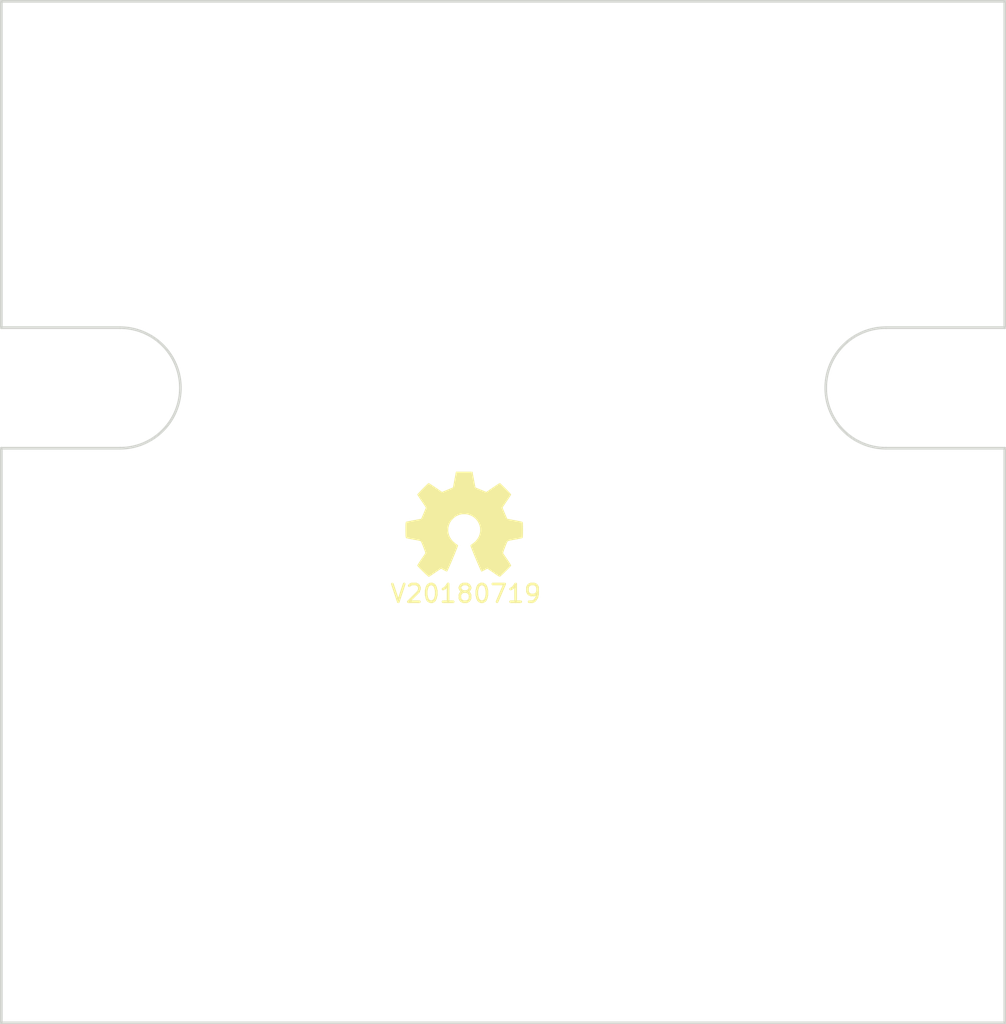
<source format=kicad_pcb>
(kicad_pcb (version 4) (host pcbnew 4.0.7-e2-6376~61~ubuntu18.04.1)

  (general
    (links 0)
    (no_connects 0)
    (area 24.524999 97.892306 152.448429 187.075001)
    (thickness 1.6)
    (drawings 12)
    (tracks 0)
    (zones 0)
    (modules 6)
    (nets 1)
  )

  (page A4)
  (layers
    (0 F.Cu signal)
    (31 B.Cu signal)
    (32 B.Adhes user)
    (33 F.Adhes user)
    (34 B.Paste user)
    (35 F.Paste user)
    (36 B.SilkS user)
    (37 F.SilkS user)
    (38 B.Mask user)
    (39 F.Mask user)
    (40 Dwgs.User user)
    (41 Cmts.User user)
    (42 Eco1.User user)
    (43 Eco2.User user)
    (44 Edge.Cuts user)
    (45 Margin user)
    (46 B.CrtYd user)
    (47 F.CrtYd user)
    (48 B.Fab user)
    (49 F.Fab user)
  )

  (setup
    (last_trace_width 0.127)
    (user_trace_width 0.15)
    (user_trace_width 0.2)
    (user_trace_width 0.3)
    (user_trace_width 0.4)
    (user_trace_width 0.6)
    (user_trace_width 1)
    (user_trace_width 1.5)
    (user_trace_width 2)
    (trace_clearance 0.127)
    (zone_clearance 0.508)
    (zone_45_only no)
    (trace_min 0.127)
    (segment_width 0.2)
    (edge_width 0.15)
    (via_size 0.6)
    (via_drill 0.3)
    (via_min_size 0.6)
    (via_min_drill 0.3)
    (user_via 0.6 0.3)
    (user_via 0.65 0.4)
    (user_via 0.75 0.6)
    (user_via 0.95 0.8)
    (user_via 1.3 1)
    (user_via 1.5 1.2)
    (user_via 1.7 1.4)
    (user_via 1.9 1.6)
    (uvia_size 0.6)
    (uvia_drill 0.3)
    (uvias_allowed no)
    (uvia_min_size 0.381)
    (uvia_min_drill 0.254)
    (pcb_text_width 0.3)
    (pcb_text_size 1.5 1.5)
    (mod_edge_width 0.15)
    (mod_text_size 1 1)
    (mod_text_width 0.15)
    (pad_size 1.524 1.524)
    (pad_drill 0.762)
    (pad_to_mask_clearance 0.2)
    (aux_axis_origin 0 0)
    (visible_elements FFFFFF7F)
    (pcbplotparams
      (layerselection 0x00030_80000001)
      (usegerberextensions false)
      (excludeedgelayer true)
      (linewidth 0.100000)
      (plotframeref false)
      (viasonmask false)
      (mode 1)
      (useauxorigin false)
      (hpglpennumber 1)
      (hpglpenspeed 20)
      (hpglpendiameter 15)
      (hpglpenoverlay 2)
      (psnegative false)
      (psa4output false)
      (plotreference true)
      (plotvalue true)
      (plotinvisibletext false)
      (padsonsilk false)
      (subtractmaskfromsilk false)
      (outputformat 1)
      (mirror false)
      (drillshape 1)
      (scaleselection 1)
      (outputdirectory ""))
  )

  (net 0 "")

  (net_class Default "This is the default net class."
    (clearance 0.127)
    (trace_width 0.127)
    (via_dia 0.6)
    (via_drill 0.3)
    (uvia_dia 0.6)
    (uvia_drill 0.3)
  )

  (module Symbols:OSHW-Symbol_6.7x6mm_SilkScreen (layer F.Cu) (tedit 0) (tstamp 5A135134)
    (at 50.7 158.9)
    (descr "Open Source Hardware Symbol")
    (tags "Logo Symbol OSHW")
    (path /5A135869)
    (attr virtual)
    (fp_text reference N1 (at 0 0) (layer F.SilkS) hide
      (effects (font (size 1 1) (thickness 0.15)))
    )
    (fp_text value OHWLOGO (at 0.75 0) (layer F.Fab) hide
      (effects (font (size 1 1) (thickness 0.15)))
    )
    (fp_poly (pts (xy 0.555814 -2.531069) (xy 0.639635 -2.086445) (xy 0.94892 -1.958947) (xy 1.258206 -1.831449)
      (xy 1.629246 -2.083754) (xy 1.733157 -2.154004) (xy 1.827087 -2.216728) (xy 1.906652 -2.269062)
      (xy 1.96747 -2.308143) (xy 2.005157 -2.331107) (xy 2.015421 -2.336058) (xy 2.03391 -2.323324)
      (xy 2.07342 -2.288118) (xy 2.129522 -2.234938) (xy 2.197787 -2.168282) (xy 2.273786 -2.092646)
      (xy 2.353092 -2.012528) (xy 2.431275 -1.932426) (xy 2.503907 -1.856836) (xy 2.566559 -1.790255)
      (xy 2.614803 -1.737182) (xy 2.64421 -1.702113) (xy 2.651241 -1.690377) (xy 2.641123 -1.66874)
      (xy 2.612759 -1.621338) (xy 2.569129 -1.552807) (xy 2.513218 -1.467785) (xy 2.448006 -1.370907)
      (xy 2.410219 -1.31565) (xy 2.341343 -1.214752) (xy 2.28014 -1.123701) (xy 2.229578 -1.04703)
      (xy 2.192628 -0.989272) (xy 2.172258 -0.954957) (xy 2.169197 -0.947746) (xy 2.176136 -0.927252)
      (xy 2.195051 -0.879487) (xy 2.223087 -0.811168) (xy 2.257391 -0.729011) (xy 2.295109 -0.63973)
      (xy 2.333387 -0.550042) (xy 2.36937 -0.466662) (xy 2.400206 -0.396306) (xy 2.423039 -0.34569)
      (xy 2.435017 -0.321529) (xy 2.435724 -0.320578) (xy 2.454531 -0.315964) (xy 2.504618 -0.305672)
      (xy 2.580793 -0.290713) (xy 2.677865 -0.272099) (xy 2.790643 -0.250841) (xy 2.856442 -0.238582)
      (xy 2.97695 -0.215638) (xy 3.085797 -0.193805) (xy 3.177476 -0.174278) (xy 3.246481 -0.158252)
      (xy 3.287304 -0.146921) (xy 3.295511 -0.143326) (xy 3.303548 -0.118994) (xy 3.310033 -0.064041)
      (xy 3.31497 0.015108) (xy 3.318364 0.112026) (xy 3.320218 0.220287) (xy 3.320538 0.333465)
      (xy 3.319327 0.445135) (xy 3.31659 0.548868) (xy 3.312331 0.638241) (xy 3.306555 0.706826)
      (xy 3.299267 0.748197) (xy 3.294895 0.75681) (xy 3.268764 0.767133) (xy 3.213393 0.781892)
      (xy 3.136107 0.799352) (xy 3.04423 0.81778) (xy 3.012158 0.823741) (xy 2.857524 0.852066)
      (xy 2.735375 0.874876) (xy 2.641673 0.89308) (xy 2.572384 0.907583) (xy 2.523471 0.919292)
      (xy 2.490897 0.929115) (xy 2.470628 0.937956) (xy 2.458626 0.946724) (xy 2.456947 0.948457)
      (xy 2.440184 0.976371) (xy 2.414614 1.030695) (xy 2.382788 1.104777) (xy 2.34726 1.191965)
      (xy 2.310583 1.285608) (xy 2.275311 1.379052) (xy 2.243996 1.465647) (xy 2.219193 1.53874)
      (xy 2.203454 1.591678) (xy 2.199332 1.617811) (xy 2.199676 1.618726) (xy 2.213641 1.640086)
      (xy 2.245322 1.687084) (xy 2.291391 1.754827) (xy 2.348518 1.838423) (xy 2.413373 1.932982)
      (xy 2.431843 1.959854) (xy 2.497699 2.057275) (xy 2.55565 2.146163) (xy 2.602538 2.221412)
      (xy 2.635207 2.27792) (xy 2.6505 2.310581) (xy 2.651241 2.314593) (xy 2.638392 2.335684)
      (xy 2.602888 2.377464) (xy 2.549293 2.435445) (xy 2.482171 2.505135) (xy 2.406087 2.582045)
      (xy 2.325604 2.661683) (xy 2.245287 2.739561) (xy 2.169699 2.811186) (xy 2.103405 2.87207)
      (xy 2.050969 2.917721) (xy 2.016955 2.94365) (xy 2.007545 2.947883) (xy 1.985643 2.937912)
      (xy 1.9408 2.91102) (xy 1.880321 2.871736) (xy 1.833789 2.840117) (xy 1.749475 2.782098)
      (xy 1.649626 2.713784) (xy 1.549473 2.645579) (xy 1.495627 2.609075) (xy 1.313371 2.4858)
      (xy 1.160381 2.56852) (xy 1.090682 2.604759) (xy 1.031414 2.632926) (xy 0.991311 2.648991)
      (xy 0.981103 2.651226) (xy 0.968829 2.634722) (xy 0.944613 2.588082) (xy 0.910263 2.515609)
      (xy 0.867588 2.421606) (xy 0.818394 2.310374) (xy 0.76449 2.186215) (xy 0.707684 2.053432)
      (xy 0.649782 1.916327) (xy 0.592593 1.779202) (xy 0.537924 1.646358) (xy 0.487584 1.522098)
      (xy 0.44338 1.410725) (xy 0.407119 1.316539) (xy 0.380609 1.243844) (xy 0.365658 1.196941)
      (xy 0.363254 1.180833) (xy 0.382311 1.160286) (xy 0.424036 1.126933) (xy 0.479706 1.087702)
      (xy 0.484378 1.084599) (xy 0.628264 0.969423) (xy 0.744283 0.835053) (xy 0.83143 0.685784)
      (xy 0.888699 0.525913) (xy 0.915086 0.359737) (xy 0.909585 0.191552) (xy 0.87119 0.025655)
      (xy 0.798895 -0.133658) (xy 0.777626 -0.168513) (xy 0.666996 -0.309263) (xy 0.536302 -0.422286)
      (xy 0.390064 -0.506997) (xy 0.232808 -0.562806) (xy 0.069057 -0.589126) (xy -0.096667 -0.58537)
      (xy -0.259838 -0.55095) (xy -0.415935 -0.485277) (xy -0.560433 -0.387765) (xy -0.605131 -0.348187)
      (xy -0.718888 -0.224297) (xy -0.801782 -0.093876) (xy -0.858644 0.052315) (xy -0.890313 0.197088)
      (xy -0.898131 0.35986) (xy -0.872062 0.52344) (xy -0.814755 0.682298) (xy -0.728856 0.830906)
      (xy -0.617014 0.963735) (xy -0.481877 1.075256) (xy -0.464117 1.087011) (xy -0.40785 1.125508)
      (xy -0.365077 1.158863) (xy -0.344628 1.18016) (xy -0.344331 1.180833) (xy -0.348721 1.203871)
      (xy -0.366124 1.256157) (xy -0.394732 1.33339) (xy -0.432735 1.431268) (xy -0.478326 1.545491)
      (xy -0.529697 1.671758) (xy -0.585038 1.805767) (xy -0.642542 1.943218) (xy -0.700399 2.079808)
      (xy -0.756802 2.211237) (xy -0.809942 2.333205) (xy -0.85801 2.441409) (xy -0.899199 2.531549)
      (xy -0.931699 2.599323) (xy -0.953703 2.64043) (xy -0.962564 2.651226) (xy -0.98964 2.642819)
      (xy -1.040303 2.620272) (xy -1.105817 2.587613) (xy -1.141841 2.56852) (xy -1.294832 2.4858)
      (xy -1.477088 2.609075) (xy -1.570125 2.672228) (xy -1.671985 2.741727) (xy -1.767438 2.807165)
      (xy -1.81525 2.840117) (xy -1.882495 2.885273) (xy -1.939436 2.921057) (xy -1.978646 2.942938)
      (xy -1.991381 2.947563) (xy -2.009917 2.935085) (xy -2.050941 2.900252) (xy -2.110475 2.846678)
      (xy -2.184542 2.777983) (xy -2.269165 2.697781) (xy -2.322685 2.646286) (xy -2.416319 2.554286)
      (xy -2.497241 2.471999) (xy -2.562177 2.402945) (xy -2.607858 2.350644) (xy -2.631011 2.318616)
      (xy -2.633232 2.312116) (xy -2.622924 2.287394) (xy -2.594439 2.237405) (xy -2.550937 2.167212)
      (xy -2.495577 2.081875) (xy -2.43152 1.986456) (xy -2.413303 1.959854) (xy -2.346927 1.863167)
      (xy -2.287378 1.776117) (xy -2.237984 1.703595) (xy -2.202075 1.650493) (xy -2.182981 1.621703)
      (xy -2.181136 1.618726) (xy -2.183895 1.595782) (xy -2.198538 1.545336) (xy -2.222513 1.474041)
      (xy -2.253266 1.388547) (xy -2.288244 1.295507) (xy -2.324893 1.201574) (xy -2.360661 1.113399)
      (xy -2.392994 1.037634) (xy -2.419338 0.980931) (xy -2.437142 0.949943) (xy -2.438407 0.948457)
      (xy -2.449294 0.939601) (xy -2.467682 0.930843) (xy -2.497606 0.921277) (xy -2.543103 0.909996)
      (xy -2.608209 0.896093) (xy -2.696961 0.878663) (xy -2.813393 0.856798) (xy -2.961542 0.829591)
      (xy -2.993618 0.823741) (xy -3.088686 0.805374) (xy -3.171565 0.787405) (xy -3.23493 0.771569)
      (xy -3.271458 0.7596) (xy -3.276356 0.75681) (xy -3.284427 0.732072) (xy -3.290987 0.67679)
      (xy -3.296033 0.597389) (xy -3.299559 0.500296) (xy -3.301561 0.391938) (xy -3.302036 0.27874)
      (xy -3.300977 0.167128) (xy -3.298382 0.063529) (xy -3.294246 -0.025632) (xy -3.288563 -0.093928)
      (xy -3.281331 -0.134934) (xy -3.276971 -0.143326) (xy -3.252698 -0.151792) (xy -3.197426 -0.165565)
      (xy -3.116662 -0.18345) (xy -3.015912 -0.204252) (xy -2.900683 -0.226777) (xy -2.837902 -0.238582)
      (xy -2.718787 -0.260849) (xy -2.612565 -0.281021) (xy -2.524427 -0.298085) (xy -2.459566 -0.311031)
      (xy -2.423174 -0.318845) (xy -2.417184 -0.320578) (xy -2.407061 -0.34011) (xy -2.385662 -0.387157)
      (xy -2.355839 -0.454997) (xy -2.320445 -0.536909) (xy -2.282332 -0.626172) (xy -2.244353 -0.716065)
      (xy -2.20936 -0.799865) (xy -2.180206 -0.870853) (xy -2.159743 -0.922306) (xy -2.150823 -0.947503)
      (xy -2.150657 -0.948604) (xy -2.160769 -0.968481) (xy -2.189117 -1.014223) (xy -2.232723 -1.081283)
      (xy -2.288606 -1.165116) (xy -2.353787 -1.261174) (xy -2.391679 -1.31635) (xy -2.460725 -1.417519)
      (xy -2.52205 -1.50937) (xy -2.572663 -1.587256) (xy -2.609571 -1.646531) (xy -2.629782 -1.682549)
      (xy -2.632701 -1.690623) (xy -2.620153 -1.709416) (xy -2.585463 -1.749543) (xy -2.533063 -1.806507)
      (xy -2.467384 -1.875815) (xy -2.392856 -1.952969) (xy -2.313913 -2.033475) (xy -2.234983 -2.112837)
      (xy -2.1605 -2.18656) (xy -2.094894 -2.250148) (xy -2.042596 -2.299106) (xy -2.008039 -2.328939)
      (xy -1.996478 -2.336058) (xy -1.977654 -2.326047) (xy -1.932631 -2.297922) (xy -1.865787 -2.254546)
      (xy -1.781499 -2.198782) (xy -1.684144 -2.133494) (xy -1.610707 -2.083754) (xy -1.239667 -1.831449)
      (xy -0.621095 -2.086445) (xy -0.537275 -2.531069) (xy -0.453454 -2.975693) (xy 0.471994 -2.975693)
      (xy 0.555814 -2.531069)) (layer F.SilkS) (width 0.01))
  )

  (module SquantorLabels:Label_version (layer F.Cu) (tedit 59D3ED5E) (tstamp 5A135138)
    (at 50.8 162.8)
    (path /5A1357A5)
    (fp_text reference N2 (at 0 2) (layer F.Fab) hide
      (effects (font (size 1 1) (thickness 0.15)))
    )
    (fp_text value V20180719 (at 0 0) (layer F.SilkS)
      (effects (font (size 1 1) (thickness 0.15)))
    )
  )

  (module SquantorPcbOutline:MountingHole_3.2mm_no_metal locked (layer F.Cu) (tedit 5B50D1B0) (tstamp 5B50D9E4)
    (at 38.9 144.2)
    (path /5B50D036)
    (fp_text reference H1 (at 0 -3) (layer F.SilkS) hide
      (effects (font (size 1 1) (thickness 0.15)))
    )
    (fp_text value Drill_Hole_no_metal (at 0 3) (layer F.Fab) hide
      (effects (font (size 1 1) (thickness 0.15)))
    )
    (pad "" np_thru_hole circle (at 0 0) (size 3.2 3.2) (drill 3.2) (layers *.Cu *.Mask))
  )

  (module SquantorPcbOutline:MountingHole_3.2mm_no_metal locked (layer F.Cu) (tedit 5B50D19B) (tstamp 5B50D9E9)
    (at 66.9 144.2)
    (path /5B50D091)
    (fp_text reference H2 (at 0 -3) (layer F.SilkS) hide
      (effects (font (size 1 1) (thickness 0.15)))
    )
    (fp_text value Drill_Hole_no_metal (at 0 3) (layer F.Fab) hide
      (effects (font (size 1 1) (thickness 0.15)))
    )
    (pad "" np_thru_hole circle (at 0 0) (size 3.2 3.2) (drill 3.2) (layers *.Cu *.Mask))
  )

  (module SquantorPcbOutline:MountingHole_3.2mm_no_metal locked (layer F.Cu) (tedit 5B50D1B9) (tstamp 5B50D9EE)
    (at 38.9 172.2)
    (path /5B50D0D9)
    (fp_text reference H3 (at 0 -3) (layer F.SilkS) hide
      (effects (font (size 1 1) (thickness 0.15)))
    )
    (fp_text value Drill_Hole_no_metal (at 0 3) (layer F.Fab) hide
      (effects (font (size 1 1) (thickness 0.15)))
    )
    (pad "" np_thru_hole circle (at 0 0) (size 3.2 3.2) (drill 3.2) (layers *.Cu *.Mask))
  )

  (module SquantorPcbOutline:MountingHole_3.2mm_no_metal locked (layer F.Cu) (tedit 5B50D1C2) (tstamp 5B50D9F3)
    (at 66.9 172.2)
    (path /5B50D104)
    (fp_text reference H4 (at 0 -3) (layer F.SilkS) hide
      (effects (font (size 1 1) (thickness 0.15)))
    )
    (fp_text value Drill_Hole_no_metal (at 0 3) (layer F.Fab) hide
      (effects (font (size 1 1) (thickness 0.15)))
    )
    (pad "" np_thru_hole circle (at 0 0) (size 3.2 3.2) (drill 3.2) (layers *.Cu *.Mask))
  )

  (gr_arc (start 74.5 151.2) (end 74.5 154.6) (angle 180) (layer Edge.Cuts) (width 0.15) (tstamp 5B50DA52))
  (gr_arc (start 31.3 151.2) (end 31.3 147.8) (angle 180) (layer Edge.Cuts) (width 0.15))
  (gr_line (start 24.6 147.8) (end 24.6 129.4) (layer Edge.Cuts) (width 0.15))
  (gr_line (start 31.3 147.8) (end 24.6 147.8) (layer Edge.Cuts) (width 0.15))
  (gr_line (start 24.6 154.6) (end 31.3 154.6) (layer Edge.Cuts) (width 0.15))
  (gr_line (start 24.6 187) (end 24.6 154.6) (layer Edge.Cuts) (width 0.15))
  (gr_line (start 81.2 187) (end 24.6 187) (layer Edge.Cuts) (width 0.15))
  (gr_line (start 81.2 154.6) (end 81.2 187) (layer Edge.Cuts) (width 0.15))
  (gr_line (start 74.5 154.6) (end 81.2 154.6) (layer Edge.Cuts) (width 0.15))
  (gr_line (start 81.2 147.8) (end 74.5 147.8) (layer Edge.Cuts) (width 0.15))
  (gr_line (start 81.2 129.4) (end 81.2 147.8) (layer Edge.Cuts) (width 0.15))
  (gr_line (start 24.6 129.4) (end 81.2 129.4) (layer Edge.Cuts) (width 0.15))

)

</source>
